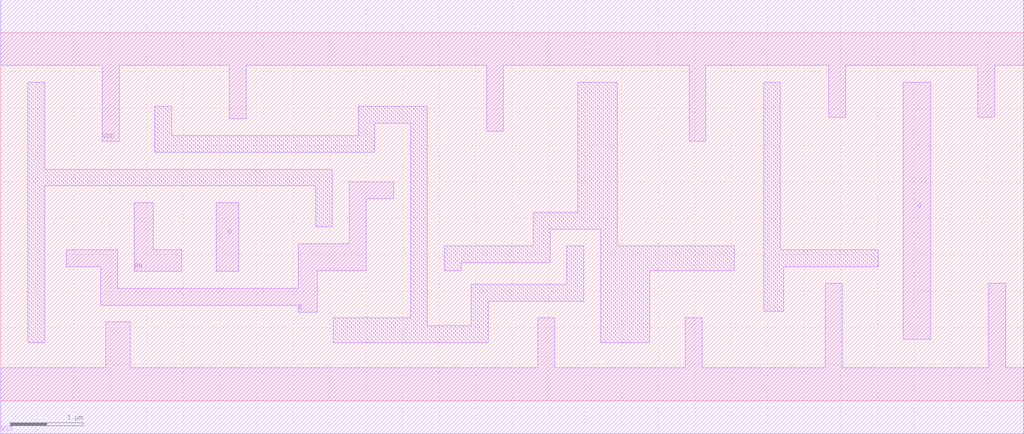
<source format=lef>
# Copyright 2022 GlobalFoundries PDK Authors
#
# Licensed under the Apache License, Version 2.0 (the "License");
# you may not use this file except in compliance with the License.
# You may obtain a copy of the License at
#
#      http://www.apache.org/licenses/LICENSE-2.0
#
# Unless required by applicable law or agreed to in writing, software
# distributed under the License is distributed on an "AS IS" BASIS,
# WITHOUT WARRANTIES OR CONDITIONS OF ANY KIND, either express or implied.
# See the License for the specific language governing permissions and
# limitations under the License.

MACRO gf180mcu_fd_sc_mcu9t5v0__latrnq_2
  CLASS core ;
  FOREIGN gf180mcu_fd_sc_mcu9t5v0__latrnq_2 0.0 0.0 ;
  ORIGIN 0 0 ;
  SYMMETRY X Y ;
  SITE GF018hv5v_green_sc9 ;
  SIZE 14 BY 5.04 ;
  PIN D
    DIRECTION INPUT ;
    ANTENNAGATEAREA 0.92 ;
    PORT
      LAYER METAL1 ;
        POLYGON 2.95 1.77 3.26 1.77 3.26 2.71 2.95 2.71  ;
    END
  END D
  PIN E
    DIRECTION INPUT ;
    USE clock ;
    ANTENNAGATEAREA 2.084 ;
    PORT
      LAYER METAL1 ;
        POLYGON 0.895 1.835 1.37 1.835 1.37 1.31 4.07 1.31 4.07 1.21 4.33 1.21 4.33 1.78 5 1.78 5 2.765 5.38 2.765 5.38 2.995 4.77 2.995 4.77 2.15 4.07 2.15 4.07 1.54 1.6 1.54 1.6 2.065 0.895 2.065  ;
    END
  END E
  PIN RN
    DIRECTION INPUT ;
    ANTENNAGATEAREA 1.34 ;
    PORT
      LAYER METAL1 ;
        POLYGON 1.83 1.77 2.475 1.77 2.475 2.065 2.09 2.065 2.09 2.71 1.83 2.71  ;
    END
  END RN
  PIN Q
    DIRECTION OUTPUT ;
    ANTENNADIFFAREA 1.638 ;
    PORT
      LAYER METAL1 ;
        POLYGON 12.355 0.845 12.73 0.845 12.73 4.36 12.355 4.36  ;
    END
  END Q
  PIN VDD
    DIRECTION INOUT ;
    USE power ;
    SHAPE ABUTMENT ;
    PORT
      LAYER METAL1 ;
        POLYGON 0 4.59 1.39 4.59 1.39 3.55 1.62 3.55 1.62 4.59 3.13 4.59 3.13 3.86 3.36 3.86 3.36 4.59 6.65 4.59 6.65 3.69 6.88 3.69 6.88 4.59 9.42 4.59 9.42 3.55 9.65 3.55 9.65 4.59 10.04 4.59 11.335 4.59 11.335 3.88 11.565 3.88 11.565 4.59 12.01 4.59 13.375 4.59 13.375 3.88 13.605 3.88 13.605 4.59 14 4.59 14 5.49 12.01 5.49 10.04 5.49 0 5.49  ;
    END
  END VDD
  PIN VSS
    DIRECTION INOUT ;
    USE ground ;
    SHAPE ABUTMENT ;
    PORT
      LAYER METAL1 ;
        POLYGON 0 -0.45 14 -0.45 14 0.45 13.755 0.45 13.755 1.605 13.525 1.605 13.525 0.45 11.515 0.45 11.515 1.605 11.285 1.605 11.285 0.45 9.6 0.45 9.6 1.135 9.37 1.135 9.37 0.45 7.58 0.45 7.58 1.135 7.35 1.135 7.35 0.45 1.775 0.45 1.775 1.08 1.435 1.08 1.435 0.45 0 0.45  ;
    END
  END VSS
  OBS
      LAYER METAL1 ;
        POLYGON 0.37 0.795 0.6 0.795 0.6 2.94 4.31 2.94 4.31 2.38 4.54 2.38 4.54 3.17 0.6 3.17 0.6 4.36 0.37 4.36  ;
        POLYGON 2.11 3.4 5.12 3.4 5.12 3.8 5.61 3.8 5.61 1.135 4.55 1.135 4.55 0.795 6.67 0.795 6.67 1.365 7.98 1.365 7.98 2.12 7.75 2.12 7.75 1.595 6.44 1.595 6.44 1.025 5.84 1.025 5.84 4.03 4.89 4.03 4.89 3.63 2.34 3.63 2.34 4.03 2.11 4.03  ;
        POLYGON 6.07 1.78 6.3 1.78 6.3 1.89 7.52 1.89 7.52 2.35 8.21 2.35 8.21 0.795 8.88 0.795 8.88 1.78 10.04 1.78 10.04 2.12 8.44 2.12 8.44 4.36 7.895 4.36 7.895 2.58 7.29 2.58 7.29 2.12 6.07 2.12  ;
        POLYGON 10.44 1.225 10.72 1.225 10.72 1.835 12.01 1.835 12.01 2.065 10.67 2.065 10.67 4.36 10.44 4.36  ;
  END
END gf180mcu_fd_sc_mcu9t5v0__latrnq_2

</source>
